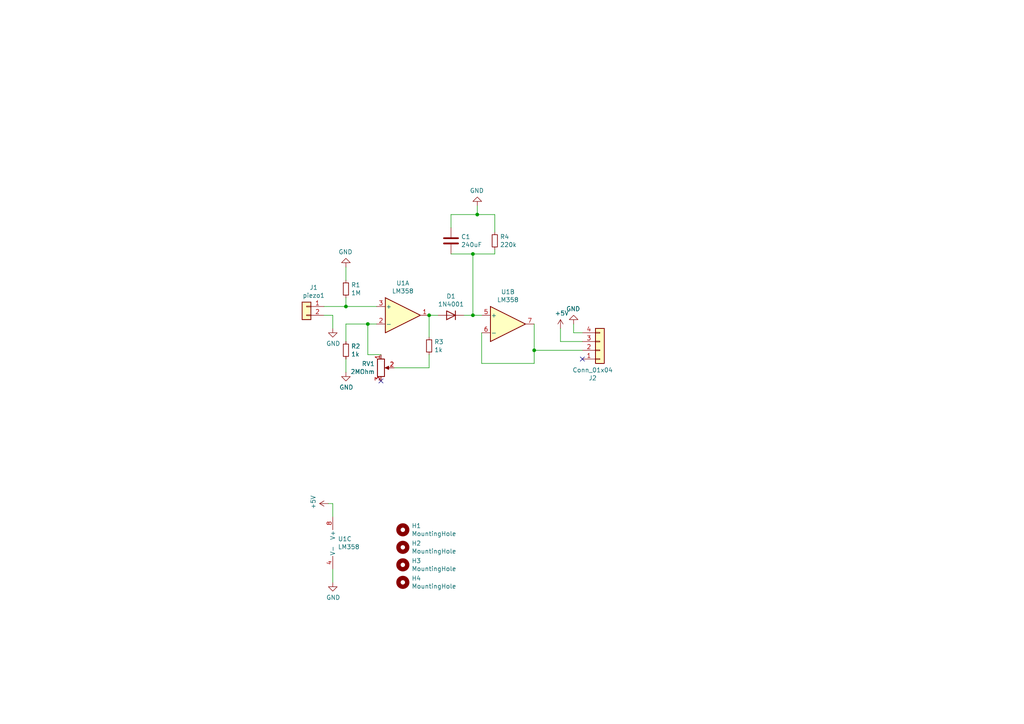
<source format=kicad_sch>
(kicad_sch (version 20211123) (generator eeschema)
  (paper "A4")
  (lib_symbols
    (symbol "Amplifier_Operational:LM358" (pin_names (offset 0.127))
      (property "Reference" "U" (at 0 5.08 0))
      (property "Value" "LM358" (at 0 -5.08 0))
      (symbol "LM358_1_1"
        (polyline (pts (xy -5.08 5.08) (xy 5.08 0) (xy -5.08 -5.08) (xy -5.08 5.08)) (stroke (width 0.254)) (fill (type background)))
        (pin output line (at 7.62 0 180) (length 2.54) (name "~") (number "1"))
        (pin input line (at -7.62 -2.54 0) (length 2.54) (name "-") (number "2"))
        (pin input line (at -7.62 2.54 0) (length 2.54) (name "+") (number "3"))
      )
      (symbol "LM358_2_1"
        (polyline (pts (xy -5.08 5.08) (xy 5.08 0) (xy -5.08 -5.08) (xy -5.08 5.08)) (stroke (width 0.254)) (fill (type background)))
        (pin input line (at -7.62 2.54 0) (length 2.54) (name "+") (number "5"))
        (pin input line (at -7.62 -2.54 0) (length 2.54) (name "-") (number "6"))
        (pin output line (at 7.62 0 180) (length 2.54) (name "~") (number "7"))
      )
      (symbol "LM358_3_1"
        (pin power_in line (at -2.54 -7.62 90) (length 3.81) (name "V-") (number "4"))
        (pin power_in line (at -2.54 7.62 270) (length 3.81) (name "V+") (number "8"))
      )
    )
    (symbol "Connector_Generic:Conn_01x02" (pin_names (offset 1.016) hide)
      (property "Reference" "J" (at 0 2.54 0))
      (property "Value" "Conn_01x02" (at 0 -5.08 0))
      (symbol "Conn_01x02_1_1"
        (rectangle (start -1.27 -2.413) (end 0 -2.667) (stroke (width 0.1524)))
        (rectangle (start -1.27 0.127) (end 0 -0.127) (stroke (width 0.1524)))
        (rectangle (start -1.27 1.27) (end 1.27 -3.81) (stroke (width 0.254)) (fill (type background)))
        (pin passive line (at -5.08 0 0) (length 3.81) (name "Pin_1") (number "1"))
        (pin passive line (at -5.08 -2.54 0) (length 3.81) (name "Pin_2") (number "2"))
      )
    )
    (symbol "Connector_Generic:Conn_01x04" (pin_names (offset 1.016) hide)
      (property "Reference" "J" (at 0 5.08 0))
      (property "Value" "Conn_01x04" (at 0 -7.62 0))
      (symbol "Conn_01x04_1_1"
        (rectangle (start -1.27 -4.953) (end 0 -5.207) (stroke (width 0.1524)))
        (rectangle (start -1.27 -2.413) (end 0 -2.667) (stroke (width 0.1524)))
        (rectangle (start -1.27 0.127) (end 0 -0.127) (stroke (width 0.1524)))
        (rectangle (start -1.27 2.667) (end 0 2.413) (stroke (width 0.1524)))
        (rectangle (start -1.27 3.81) (end 1.27 -6.35) (stroke (width 0.254)) (fill (type background)))
        (pin passive line (at -5.08 2.54 0) (length 3.81) (name "Pin_1") (number "1"))
        (pin passive line (at -5.08 0 0) (length 3.81) (name "Pin_2") (number "2"))
        (pin passive line (at -5.08 -2.54 0) (length 3.81) (name "Pin_3") (number "3"))
        (pin passive line (at -5.08 -5.08 0) (length 3.81) (name "Pin_4") (number "4"))
      )
    )
    (symbol "Device:C" (pin_numbers hide) (pin_names (offset 0.254))
      (property "Reference" "C" (at 0.635 2.54 0))
      (property "Value" "C" (at 0.635 -2.54 0))
      (symbol "C_0_1"
        (polyline (pts (xy -2.032 -0.762) (xy 2.032 -0.762)) (stroke (width 0.508)))
        (polyline (pts (xy -2.032 0.762) (xy 2.032 0.762)) (stroke (width 0.508)))
      )
      (symbol "C_1_1"
        (pin passive line (at 0 3.81 270) (length 2.794) (name "~") (number "1"))
        (pin passive line (at 0 -3.81 90) (length 2.794) (name "~") (number "2"))
      )
    )
    (symbol "Device:R_POT" (pin_names (offset 1.016) hide)
      (property "Reference" "RV" (at -4.445 0 90))
      (property "Value" "Device_R_POT" (at -2.54 0 90))
      (symbol "R_POT_0_1"
        (polyline (pts (xy 2.54 0) (xy 1.524 0)))
        (polyline (pts (xy 1.143 0) (xy 2.286 0.508) (xy 2.286 -0.508) (xy 1.143 0)) (fill (type outline)))
        (rectangle (start 1.016 2.54) (end -1.016 -2.54) (stroke (width 0.254)))
      )
      (symbol "R_POT_1_1"
        (pin passive line (at 0 3.81 270) (length 1.27) (name "1") (number "1"))
        (pin passive line (at 3.81 0 180) (length 1.27) (name "2") (number "2"))
        (pin passive line (at 0 -3.81 90) (length 1.27) (name "3") (number "3"))
      )
    )
    (symbol "Device:R_Small" (pin_numbers hide) (pin_names (offset 0.254) hide)
      (property "Reference" "R" (at 0.762 0.508 0))
      (property "Value" "R_Small" (at 0.762 -1.016 0))
      (symbol "R_Small_0_1"
        (rectangle (start -0.762 1.778) (end 0.762 -1.778) (stroke (width 0.2032)))
      )
      (symbol "R_Small_1_1"
        (pin passive line (at 0 2.54 270) (length 0.762) (name "~") (number "1"))
        (pin passive line (at 0 -2.54 90) (length 0.762) (name "~") (number "2"))
      )
    )
    (symbol "Diode:1N4001" (pin_numbers hide) (pin_names (offset 1.016) hide)
      (property "Reference" "D" (at 0 2.54 0))
      (property "Value" "1N4001" (at 0 -2.54 0))
      (symbol "1N4001_0_1"
        (polyline (pts (xy -1.27 1.27) (xy -1.27 -1.27)) (stroke (width 0.254)))
        (polyline (pts (xy 1.27 0) (xy -1.27 0)))
        (polyline (pts (xy 1.27 1.27) (xy 1.27 -1.27) (xy -1.27 0) (xy 1.27 1.27)) (stroke (width 0.254)))
      )
      (symbol "1N4001_1_1"
        (pin passive line (at -3.81 0 0) (length 2.54) (name "K") (number "1"))
        (pin passive line (at 3.81 0 180) (length 2.54) (name "A") (number "2"))
      )
    )
    (symbol "Mechanical:MountingHole" (pin_names (offset 1.016))
      (property "Reference" "H" (at 0 5.08 0))
      (property "Value" "MountingHole" (at 0 3.175 0))
      (symbol "MountingHole_0_1"
        (circle (center 0 0) (radius 1.27) (stroke (width 1.27)))
      )
    )
    (symbol "power:+5V" (power) (pin_names (offset 0))
      (property "Value" "+5V" (at 0 3.556 0))
      (symbol "+5V_0_1"
        (polyline (pts (xy -0.762 1.27) (xy 0 2.54)))
        (polyline (pts (xy 0 0) (xy 0 2.54)))
        (polyline (pts (xy 0 2.54) (xy 0.762 1.27)))
      )
      (symbol "+5V_1_1"
        (pin power_in line (at 0 0 90) (length 0) hide (name "+5V") (number "1"))
      )
    )
    (symbol "power:GND" (power) (pin_names (offset 0))
      (property "Value" "GND" (at 0 -3.81 0))
      (symbol "GND_0_1"
        (polyline (pts (xy 0 0) (xy 0 -1.27) (xy 1.27 -1.27) (xy 0 -2.54) (xy -1.27 -1.27) (xy 0 -1.27)))
      )
      (symbol "GND_1_1"
        (pin power_in line (at 0 0 270) (length 0) hide (name "GND") (number "1"))
      )
    )
  )
  (junction (at 154.94 101.6))
  (junction (at 106.68 93.98))
  (junction (at 138.43 62.23))
  (junction (at 137.16 73.66))
  (junction (at 124.46 91.44))
  (junction (at 137.16 91.44))
  (junction (at 100.33 88.9))
  (no_connect (at 110.49 110.49))
  (no_connect (at 168.91 104.14))
  (wire (pts (xy 154.94 93.98) (xy 154.94 101.6)))
  (wire (pts (xy 124.46 106.68) (xy 114.3 106.68)))
  (wire (pts (xy 100.33 86.36) (xy 100.33 88.9)))
  (wire (pts (xy 143.51 73.66) (xy 143.51 72.39)))
  (wire (pts (xy 106.68 102.87) (xy 110.49 102.87)))
  (wire (pts (xy 139.7 105.41) (xy 154.94 105.41)))
  (wire (pts (xy 100.33 88.9) (xy 109.22 88.9)))
  (wire (pts (xy 168.91 99.06) (xy 162.56 99.06)))
  (wire (pts (xy 93.98 91.44) (xy 96.52 91.44)))
  (wire (pts (xy 168.91 96.52) (xy 166.37 96.52)))
  (wire (pts (xy 100.33 93.98) (xy 100.33 99.06)))
  (wire (pts (xy 100.33 93.98) (xy 106.68 93.98)))
  (wire (pts (xy 130.81 62.23) (xy 138.43 62.23)))
  (wire (pts (xy 138.43 62.23) (xy 138.43 59.69)))
  (wire (pts (xy 137.16 73.66) (xy 137.16 91.44)))
  (wire (pts (xy 134.62 91.44) (xy 137.16 91.44)))
  (wire (pts (xy 100.33 104.14) (xy 100.33 107.95)))
  (wire (pts (xy 137.16 91.44) (xy 139.7 91.44)))
  (wire (pts (xy 143.51 62.23) (xy 143.51 67.31)))
  (wire (pts (xy 138.43 62.23) (xy 143.51 62.23)))
  (wire (pts (xy 96.52 165.1) (xy 96.52 168.91)))
  (wire (pts (xy 93.98 88.9) (xy 100.33 88.9)))
  (wire (pts (xy 139.7 96.52) (xy 139.7 105.41)))
  (wire (pts (xy 100.33 77.47) (xy 100.33 81.28)))
  (wire (pts (xy 95.25 146.05) (xy 96.52 146.05)))
  (wire (pts (xy 124.46 91.44) (xy 127 91.44)))
  (wire (pts (xy 124.46 102.87) (xy 124.46 106.68)))
  (wire (pts (xy 162.56 99.06) (xy 162.56 95.25)))
  (wire (pts (xy 154.94 101.6) (xy 154.94 105.41)))
  (wire (pts (xy 130.81 62.23) (xy 130.81 66.04)))
  (wire (pts (xy 154.94 101.6) (xy 168.91 101.6)))
  (wire (pts (xy 106.68 93.98) (xy 109.22 93.98)))
  (wire (pts (xy 96.52 91.44) (xy 96.52 95.25)))
  (wire (pts (xy 137.16 73.66) (xy 143.51 73.66)))
  (wire (pts (xy 166.37 96.52) (xy 166.37 93.98)))
  (wire (pts (xy 96.52 146.05) (xy 96.52 149.86)))
  (wire (pts (xy 130.81 73.66) (xy 137.16 73.66)))
  (wire (pts (xy 106.68 93.98) (xy 106.68 102.87)))
  (wire (pts (xy 124.46 91.44) (xy 124.46 97.79)))
  (symbol (lib_id "Amplifier_Operational:LM358") (at 116.84 91.44 0) (unit 1)
    (property "Reference" "U1" (at 116.84 82.1182 0))
    (property "Value" "LM358" (at 116.84 84.4296 0))
    (property "Footprint" "Package_DIP:DIP-8_W7.62mm_LongPads" (effects hide))
    (property "Datasheet" "http://www.ti.com/lit/ds/symlink/lm2904-n.pdf" (effects hide))
  )
  (symbol (lib_id "Amplifier_Operational:LM358") (at 147.32 93.98 0) (unit 2)
    (property "Reference" "U1" (at 147.32 84.6582 0))
    (property "Value" "LM358" (at 147.32 86.9696 0))
    (property "Footprint" "Package_DIP:DIP-8_W7.62mm_LongPads" (effects hide))
    (property "Datasheet" "http://www.ti.com/lit/ds/symlink/lm2904-n.pdf" (effects hide))
  )
  (symbol (lib_id "Amplifier_Operational:LM358") (at 99.06 157.48 0) (unit 3)
    (property "Reference" "U1" (at 97.9932 156.3116 0) (effects (justify left)))
    (property "Value" "LM358" (at 97.9932 158.623 0) (effects (justify left)))
    (property "Footprint" "Package_DIP:DIP-8_W7.62mm_LongPads" (effects hide))
    (property "Datasheet" "http://www.ti.com/lit/ds/symlink/lm2904-n.pdf" (effects hide))
  )
  (symbol (lib_id "power:+5V") (at 95.25 146.05 90) (unit 1)
    (property "Reference" "#PWR01" (effects hide))
    (property "Value" "+5V" (at 90.8558 145.669 0))
  )
  (symbol (lib_id "power:GND") (at 96.52 168.91 0) (unit 1)
    (property "Reference" "#PWR03" (effects hide))
    (property "Value" "GND" (at 96.647 173.3042 0))
  )
  (symbol (lib_id "Device:R_Small") (at 100.33 101.6 0) (unit 1)
    (property "Reference" "R2" (at 101.8286 100.4316 0) (effects (justify left)))
    (property "Value" "1k" (at 101.8286 102.743 0) (effects (justify left)))
    (property "Footprint" "Resistor_THT:R_Axial_DIN0204_L3.6mm_D1.6mm_P5.08mm_Vertical" (effects hide))
  )
  (symbol (lib_id "Device:R_Small") (at 100.33 83.82 0) (unit 1)
    (property "Reference" "R1" (at 101.8286 82.6516 0) (effects (justify left)))
    (property "Value" "1M" (at 101.8286 84.963 0) (effects (justify left)))
    (property "Footprint" "Resistor_THT:R_Axial_DIN0204_L3.6mm_D1.6mm_P5.08mm_Vertical" (effects hide))
  )
  (symbol (lib_id "power:GND") (at 100.33 77.47 180) (unit 1)
    (property "Reference" "#PWR04" (effects hide))
    (property "Value" "GND" (at 100.203 73.0758 0))
  )
  (symbol (lib_id "power:GND") (at 96.52 95.25 0) (unit 1)
    (property "Reference" "#PWR02" (effects hide))
    (property "Value" "GND" (at 96.647 99.6442 0))
  )
  (symbol (lib_id "Device:R_POT") (at 110.49 106.68 0) (unit 1)
    (property "Reference" "RV1" (at 108.712 105.5116 0) (effects (justify right)))
    (property "Value" "2MOhm" (at 108.712 107.823 0) (effects (justify right)))
    (property "Footprint" "Connector_JST:JST_XH_B3B-XH-A_1x03_P2.50mm_Vertical" (effects hide))
  )
  (symbol (lib_id "Device:R_Small") (at 124.46 100.33 0) (unit 1)
    (property "Reference" "R3" (at 125.9586 99.1616 0) (effects (justify left)))
    (property "Value" "1k" (at 125.9586 101.473 0) (effects (justify left)))
    (property "Footprint" "Resistor_THT:R_Axial_DIN0204_L3.6mm_D1.6mm_P5.08mm_Vertical" (effects hide))
  )
  (symbol (lib_id "power:GND") (at 100.33 107.95 0) (unit 1)
    (property "Reference" "#PWR05" (effects hide))
    (property "Value" "GND" (at 100.457 112.3442 0))
  )
  (symbol (lib_id "Diode:1N4001") (at 130.81 91.44 180) (unit 1)
    (property "Reference" "D1" (at 130.81 85.9282 0))
    (property "Value" "1N4001" (at 130.81 88.2396 0))
    (property "Footprint" "Diode_THT:D_DO-41_SOD81_P10.16mm_Horizontal" (effects hide))
    (property "Datasheet" "http://www.vishay.com/docs/88503/1n4001.pdf" (effects hide))
  )
  (symbol (lib_id "Device:R_Small") (at 143.51 69.85 0) (unit 1)
    (property "Reference" "R4" (at 145.0086 68.6816 0) (effects (justify left)))
    (property "Value" "220k" (at 145.0086 70.993 0) (effects (justify left)))
    (property "Footprint" "Resistor_THT:R_Axial_DIN0204_L3.6mm_D1.6mm_P5.08mm_Vertical" (effects hide))
  )
  (symbol (lib_id "power:GND") (at 138.43 59.69 180) (unit 1)
    (property "Reference" "#PWR06" (effects hide))
    (property "Value" "GND" (at 138.303 55.2958 0))
  )
  (symbol (lib_id "Device:C") (at 130.81 69.85 0) (unit 1)
    (property "Reference" "C1" (at 133.731 68.6816 0) (effects (justify left)))
    (property "Value" "240uF" (at 133.731 70.993 0) (effects (justify left)))
    (property "Footprint" "Capacitor_THT:C_Disc_D4.7mm_W2.5mm_P5.00mm" (effects hide))
  )
  (symbol (lib_id "Mechanical:MountingHole") (at 116.84 158.75 0) (unit 1)
    (property "Reference" "H2" (at 119.38 157.5816 0) (effects (justify left)))
    (property "Value" "MountingHole" (at 119.38 159.893 0) (effects (justify left)))
    (property "Footprint" "MountingHole:MountingHole_3.2mm_M3_ISO7380" (effects hide))
  )
  (symbol (lib_id "Mechanical:MountingHole") (at 116.84 163.83 0) (unit 1)
    (property "Reference" "H3" (at 119.38 162.6616 0) (effects (justify left)))
    (property "Value" "MountingHole" (at 119.38 164.973 0) (effects (justify left)))
    (property "Footprint" "MountingHole:MountingHole_3.2mm_M3_ISO7380" (effects hide))
  )
  (symbol (lib_id "Mechanical:MountingHole") (at 116.84 168.91 0) (unit 1)
    (property "Reference" "H4" (at 119.38 167.7416 0) (effects (justify left)))
    (property "Value" "MountingHole" (at 119.38 170.053 0) (effects (justify left)))
    (property "Footprint" "MountingHole:MountingHole_3.2mm_M3_ISO7380" (effects hide))
  )
  (symbol (lib_id "Mechanical:MountingHole") (at 116.84 153.67 0) (unit 1)
    (property "Reference" "H1" (at 119.38 152.5016 0) (effects (justify left)))
    (property "Value" "MountingHole" (at 119.38 154.813 0) (effects (justify left)))
    (property "Footprint" "MountingHole:MountingHole_3.2mm_M3_ISO7380" (effects hide))
  )
  (symbol (lib_id "Connector_Generic:Conn_01x04") (at 173.99 101.6 0) (mirror x) (unit 1)
    (property "Reference" "J2" (at 171.9072 109.6518 0))
    (property "Value" "Conn_01x04" (at 171.9072 107.3404 0))
    (property "Footprint" "Connector_JST:JST_XH_B4B-XH-A_1x04_P2.50mm_Vertical" (effects hide))
  )
  (symbol (lib_id "Connector_Generic:Conn_01x02") (at 88.9 88.9 0) (mirror y) (unit 1)
    (property "Reference" "J1" (at 90.9828 83.3882 0))
    (property "Value" "piezo1" (at 90.9828 85.6996 0))
    (property "Footprint" "Connector_JST:JST_XH_B2B-XH-A_1x02_P2.50mm_Vertical" (effects hide))
  )
  (symbol (lib_id "power:GND") (at 166.37 93.98 180) (unit 1)
    (property "Reference" "#PWR08" (effects hide))
    (property "Value" "GND" (at 166.243 89.5858 0))
  )
  (symbol (lib_id "power:+5V") (at 162.56 95.25 0) (unit 1)
    (property "Reference" "#PWR07" (effects hide))
    (property "Value" "+5V" (at 162.941 90.8558 0))
  )
)
</source>
